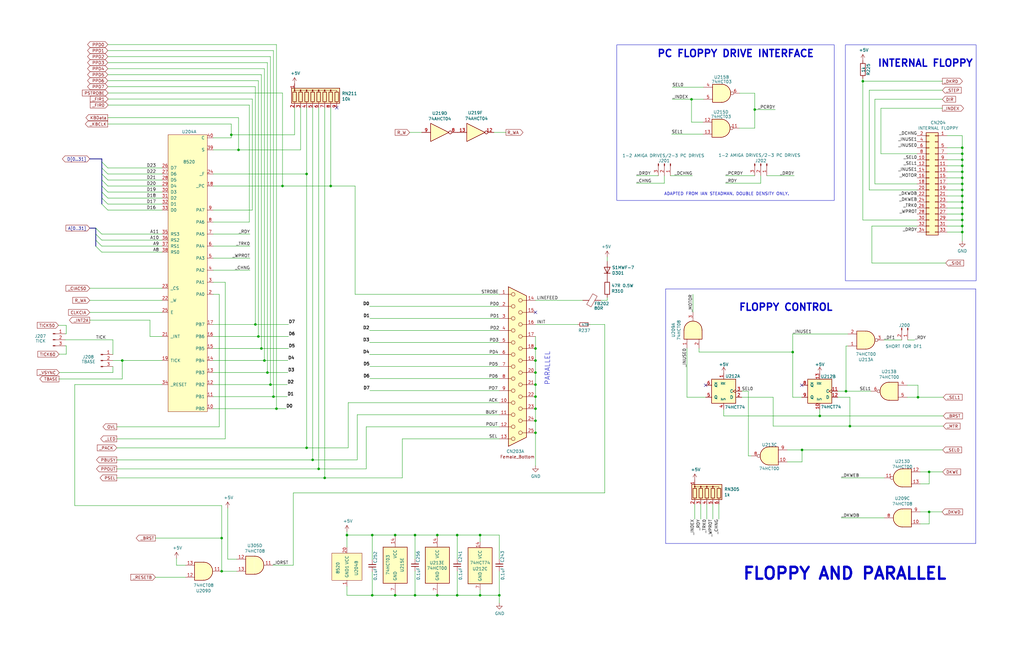
<source format=kicad_sch>
(kicad_sch (version 20231120) (generator "eeschema") (generator_version "8.0")
  (paper "B")
  (title_block (title "AMIGA PCI") (date "2024-07-31") (rev "4.0"))
  (junction (at 363.855 34.29))
  (junction (at 93.472 227.076))
  (junction (at 202.438 225.806))
  (junction (at 93.472 241.046))
  (junction (at 129.286 73.406))
  (junction (at 108.966 141.986))
  (junction (at 210.566 251.206))
  (junction (at 225.806 182.626))
  (junction (at 291.592 41.91))
  (junction (at 391.795 216.027))
  (junction (at 405.765 69.977))
  (junction (at 51.562 152.146))
  (junction (at 405.765 92.837))
  (junction (at 184.404 251.206))
  (junction (at 139.446 78.486))
  (junction (at 405.765 77.597))
  (junction (at 112.776 157.226))
  (junction (at 110.236 147.066))
  (junction (at 387.096 167.64))
  (junction (at 225.806 177.546))
  (junction (at 405.765 67.437))
  (junction (at 405.765 82.677))
  (junction (at 192.786 225.806))
  (junction (at 184.404 225.806))
  (junction (at 225.806 167.386))
  (junction (at 405.765 90.297))
  (junction (at 334.264 148.59))
  (junction (at 114.046 162.306))
  (junction (at 345.694 175.514))
  (junction (at 175.006 225.806))
  (junction (at 405.765 64.897))
  (junction (at 338.201 189.865))
  (junction (at 405.765 72.517))
  (junction (at 358.394 179.832))
  (junction (at 192.786 251.206))
  (junction (at 107.696 136.906))
  (junction (at 202.438 251.206))
  (junction (at 356.743 165.1))
  (junction (at 156.972 225.806))
  (junction (at 225.806 157.226))
  (junction (at 146.304 225.806))
  (junction (at 97.536 56.896))
  (junction (at 134.366 197.866))
  (junction (at 119.126 78.486))
  (junction (at 131.826 194.056))
  (junction (at 166.624 225.806))
  (junction (at 225.806 172.466))
  (junction (at 116.586 172.466))
  (junction (at 405.765 62.357))
  (junction (at 405.765 80.137))
  (junction (at 225.806 162.306))
  (junction (at 100.584 63.246))
  (junction (at 166.624 251.206))
  (junction (at 115.316 167.386))
  (junction (at 405.765 95.377))
  (junction (at 405.765 97.917))
  (junction (at 156.972 251.206))
  (junction (at 225.806 147.066))
  (junction (at 405.765 85.217))
  (junction (at 136.906 201.676))
  (junction (at 405.765 87.757))
  (junction (at 318.262 46.228))
  (junction (at 225.806 152.146))
  (junction (at 129.286 188.976))
  (junction (at 391.795 199.136))
  (junction (at 175.006 251.206))
  (junction (at 111.506 152.146))
  (junction (at 405.765 75.057))
  (no_connect (at 141.986 45.466))
  (no_connect (at 297.561 162.56))
  (no_connect (at 338.074 162.56))
  (no_connect (at 225.806 131.826))
  (bus_entry (at 45.466 75.946) (size -2.54 -2.54))
  (bus_entry (at 45.466 70.866) (size -2.54 -2.54))
  (bus_entry (at 45.466 86.106) (size -2.54 -2.54))
  (bus_entry (at 45.466 73.406) (size -2.54 -2.54))
  (bus_entry (at 42.926 98.806) (size -2.54 -2.54))
  (bus_entry (at 42.926 106.426) (size -2.54 -2.54))
  (bus_entry (at 45.466 88.646) (size -2.54 -2.54))
  (bus_entry (at 45.466 78.486) (size -2.54 -2.54))
  (bus_entry (at 42.926 103.886) (size -2.54 -2.54))
  (bus_entry (at 45.466 81.026) (size -2.54 -2.54))
  (bus_entry (at 42.926 101.346) (size -2.54 -2.54))
  (bus_entry (at 45.466 83.566) (size -2.54 -2.54))
  (wire (pts (xy 399.415 75.057) (xy 405.765 75.057)))
  (wire (pts (xy 358.394 179.832) (xy 326.009 179.832)))
  (wire (pts (xy 371.475 64.897) (xy 371.475 45.72)))
  (wire (pts (xy 283.21 56.642) (xy 296.418 56.642)))
  (wire (pts (xy 155.956 159.766) (xy 210.566 159.766)))
  (wire (pts (xy 280.162 74.168) (xy 280.162 77.343)))
  (wire (pts (xy 256.032 125.476) (xy 256.032 126.746)))
  (wire (pts (xy 280.162 77.343) (xy 268.351 77.343)))
  (wire (pts (xy 331.978 194.945) (xy 338.201 194.945)))
  (wire (pts (xy 45.466 23.876) (xy 114.046 23.876)))
  (wire (pts (xy 405.765 95.377) (xy 405.765 97.917)))
  (wire (pts (xy 27.94 145.923) (xy 27.432 145.923)))
  (bus (pts (xy 42.926 68.326) (xy 42.926 70.866)))
  (wire (pts (xy 123.698 208.026) (xy 255.016 208.026)))
  (wire (pts (xy 139.446 45.466) (xy 139.446 78.486)))
  (wire (pts (xy 45.466 70.866) (xy 68.326 70.866)))
  (wire (pts (xy 399.415 85.217) (xy 405.765 85.217)))
  (wire (pts (xy 154.432 180.086) (xy 154.432 197.866)))
  (wire (pts (xy 155.956 164.846) (xy 210.566 164.846)))
  (wire (pts (xy 89.916 58.166) (xy 97.536 58.166)))
  (wire (pts (xy 107.696 136.906) (xy 121.666 136.906)))
  (wire (pts (xy 110.236 147.066) (xy 89.916 147.066)))
  (wire (pts (xy 334.264 140.97) (xy 334.264 148.59)))
  (wire (pts (xy 334.264 167.64) (xy 334.264 148.59)))
  (wire (pts (xy 106.426 88.646) (xy 89.916 88.646)))
  (wire (pts (xy 399.415 82.677) (xy 405.765 82.677)))
  (wire (pts (xy 399.415 64.897) (xy 405.765 64.897)))
  (wire (pts (xy 45.466 34.036) (xy 108.966 34.036)))
  (wire (pts (xy 386.715 77.597) (xy 368.935 77.597)))
  (wire (pts (xy 382.778 143.51) (xy 385.699 143.51)))
  (wire (pts (xy 405.765 69.977) (xy 405.765 72.517)))
  (wire (pts (xy 97.536 58.166) (xy 97.536 56.896)))
  (wire (pts (xy 49.276 188.976) (xy 129.286 188.976)))
  (wire (pts (xy 124.206 56.896) (xy 97.536 56.896)))
  (wire (pts (xy 282.702 74.168) (xy 291.973 74.168)))
  (wire (pts (xy 24.892 159.893) (xy 51.562 159.893)))
  (wire (pts (xy 169.672 185.166) (xy 169.672 201.676)))
  (wire (pts (xy 213.36 55.88) (xy 208.28 55.88)))
  (wire (pts (xy 391.795 221.107) (xy 391.795 216.027)))
  (wire (pts (xy 108.966 34.036) (xy 108.966 141.986)))
  (wire (pts (xy 399.415 80.137) (xy 405.765 80.137)))
  (wire (pts (xy 105.156 44.323) (xy 45.593 44.323)))
  (wire (pts (xy 368.935 41.91) (xy 397.383 41.91)))
  (bus (pts (xy 37.846 96.266) (xy 40.386 96.266)))
  (wire (pts (xy 63.246 135.128) (xy 37.846 135.128)))
  (wire (pts (xy 47.625 152.146) (xy 51.562 152.146)))
  (wire (pts (xy 405.765 67.437) (xy 405.765 69.977)))
  (wire (pts (xy 311.658 54.102) (xy 318.262 54.102)))
  (wire (pts (xy 366.522 80.137) (xy 366.522 38.1)))
  (wire (pts (xy 300.609 212.725) (xy 300.609 219.075)))
  (wire (pts (xy 318.262 46.228) (xy 318.262 39.37)))
  (bus (pts (xy 40.386 101.346) (xy 40.386 103.886)))
  (wire (pts (xy 399.415 77.597) (xy 405.765 77.597)))
  (wire (pts (xy 45.466 73.406) (xy 68.326 73.406)))
  (wire (pts (xy 89.916 93.726) (xy 105.156 93.726)))
  (wire (pts (xy 124.206 45.466) (xy 124.206 56.896)))
  (wire (pts (xy 114.046 23.876) (xy 114.046 162.306)))
  (wire (pts (xy 65.532 227.076) (xy 93.472 227.076)))
  (wire (pts (xy 96.012 214.376) (xy 96.012 235.966)))
  (wire (pts (xy 405.765 72.517) (xy 405.765 75.057)))
  (wire (pts (xy 192.786 251.206) (xy 202.438 251.206)))
  (wire (pts (xy 326.009 179.832) (xy 326.009 167.64)))
  (wire (pts (xy 363.855 33.147) (xy 363.855 34.29)))
  (wire (pts (xy 97.536 56.896) (xy 97.536 52.324)))
  (wire (pts (xy 253.365 126.746) (xy 256.032 126.746)))
  (wire (pts (xy 42.926 106.426) (xy 68.326 106.426)))
  (wire (pts (xy 175.006 251.206) (xy 184.404 251.206)))
  (wire (pts (xy 334.264 148.59) (xy 294.767 148.59)))
  (wire (pts (xy 45.593 41.783) (xy 106.426 41.783)))
  (wire (pts (xy 225.806 167.386) (xy 225.806 172.466)))
  (wire (pts (xy 27.94 149.479) (xy 24.892 149.479)))
  (wire (pts (xy 146.812 169.926) (xy 146.812 188.976)))
  (wire (pts (xy 202.438 225.806) (xy 202.438 228.6)))
  (wire (pts (xy 386.715 64.897) (xy 371.475 64.897)))
  (wire (pts (xy 45.466 26.416) (xy 112.776 26.416)))
  (wire (pts (xy 27.94 140.843) (xy 27.432 140.843)))
  (wire (pts (xy 184.404 225.806) (xy 192.786 225.806)))
  (wire (pts (xy 146.304 251.206) (xy 146.304 247.396)))
  (wire (pts (xy 405.765 92.837) (xy 405.765 95.377)))
  (wire (pts (xy 315.595 192.405) (xy 316.738 192.405)))
  (wire (pts (xy 121.666 141.986) (xy 108.966 141.986)))
  (wire (pts (xy 318.262 74.168) (xy 305.943 74.168)))
  (wire (pts (xy 49.276 201.676) (xy 136.906 201.676)))
  (wire (pts (xy 318.262 39.37) (xy 311.912 39.37)))
  (wire (pts (xy 289.687 146.939) (xy 289.687 167.64)))
  (wire (pts (xy 97.536 52.324) (xy 45.466 52.324)))
  (wire (pts (xy 371.475 45.72) (xy 397.383 45.72)))
  (wire (pts (xy 169.672 201.676) (xy 136.906 201.676)))
  (wire (pts (xy 225.806 157.226) (xy 225.806 162.306)))
  (wire (pts (xy 387.096 167.64) (xy 397.764 167.64)))
  (wire (pts (xy 405.765 82.677) (xy 405.765 85.217)))
  (wire (pts (xy 74.422 235.585) (xy 74.422 238.506)))
  (wire (pts (xy 382.524 167.64) (xy 387.096 167.64)))
  (wire (pts (xy 68.326 75.946) (xy 45.466 75.946)))
  (wire (pts (xy 121.666 147.066) (xy 110.236 147.066)))
  (wire (pts (xy 353.314 167.64) (xy 358.394 167.64)))
  (wire (pts (xy 112.776 157.226) (xy 89.916 157.226)))
  (wire (pts (xy 399.415 69.977) (xy 405.765 69.977)))
  (wire (pts (xy 63.246 141.986) (xy 63.246 135.128)))
  (wire (pts (xy 116.586 18.796) (xy 116.586 172.466)))
  (wire (pts (xy 146.812 169.926) (xy 210.566 169.926)))
  (bus (pts (xy 42.926 83.566) (xy 42.926 86.106)))
  (wire (pts (xy 391.795 204.216) (xy 391.795 199.136)))
  (wire (pts (xy 338.201 189.865) (xy 397.51 189.865)))
  (wire (pts (xy 51.562 152.146) (xy 68.326 152.146)))
  (wire (pts (xy 166.624 251.206) (xy 175.006 251.206)))
  (wire (pts (xy 399.415 87.757) (xy 405.765 87.757)))
  (wire (pts (xy 405.765 64.897) (xy 405.765 67.437)))
  (wire (pts (xy 105.156 93.726) (xy 105.156 44.323)))
  (wire (pts (xy 172.72 55.88) (xy 177.8 55.88)))
  (wire (pts (xy 89.916 63.246) (xy 100.584 63.246)))
  (wire (pts (xy 312.801 165.1) (xy 315.595 165.1)))
  (wire (pts (xy 202.438 225.806) (xy 210.566 225.806)))
  (wire (pts (xy 45.466 78.486) (xy 68.326 78.486)))
  (wire (pts (xy 225.806 182.626) (xy 225.806 196.596)))
  (wire (pts (xy 149.733 78.486) (xy 149.733 124.206)))
  (bus (pts (xy 40.386 98.806) (xy 40.386 101.346)))
  (wire (pts (xy 318.262 46.228) (xy 318.262 54.102)))
  (wire (pts (xy 68.326 131.826) (xy 37.846 131.826)))
  (wire (pts (xy 156.972 241.3) (xy 156.972 251.206)))
  (wire (pts (xy 255.016 136.906) (xy 255.016 208.026)))
  (wire (pts (xy 42.926 101.346) (xy 68.326 101.346)))
  (wire (pts (xy 345.694 172.72) (xy 345.694 175.514)))
  (wire (pts (xy 192.786 225.806) (xy 202.438 225.806)))
  (wire (pts (xy 115.316 167.386) (xy 121.158 167.386)))
  (wire (pts (xy 154.432 197.866) (xy 134.366 197.866)))
  (wire (pts (xy 345.694 175.514) (xy 397.764 175.514)))
  (wire (pts (xy 291.592 41.91) (xy 291.592 51.562)))
  (wire (pts (xy 399.415 57.277) (xy 405.765 57.277)))
  (wire (pts (xy 89.916 114.046) (xy 105.41 114.046)))
  (wire (pts (xy 68.326 141.986) (xy 63.246 141.986)))
  (wire (pts (xy 399.415 72.517) (xy 405.765 72.517)))
  (wire (pts (xy 387.096 162.56) (xy 387.096 167.64)))
  (wire (pts (xy 399.415 90.297) (xy 405.765 90.297)))
  (wire (pts (xy 368.935 77.597) (xy 368.935 41.91)))
  (wire (pts (xy 92.456 180.086) (xy 92.456 124.206)))
  (wire (pts (xy 225.806 162.306) (xy 225.806 167.386)))
  (bus (pts (xy 42.926 75.946) (xy 42.926 78.486)))
  (wire (pts (xy 292.989 212.725) (xy 292.989 219.075)))
  (wire (pts (xy 225.806 172.466) (xy 225.806 177.546)))
  (wire (pts (xy 338.201 194.945) (xy 338.201 189.865)))
  (wire (pts (xy 155.956 154.686) (xy 210.566 154.686)))
  (wire (pts (xy 366.522 38.1) (xy 397.383 38.1)))
  (wire (pts (xy 294.767 148.59) (xy 294.767 146.939)))
  (wire (pts (xy 107.696 36.576) (xy 107.696 136.906)))
  (wire (pts (xy 134.366 45.466) (xy 134.366 197.866)))
  (wire (pts (xy 175.006 235.966) (xy 175.006 225.806)))
  (wire (pts (xy 354.711 201.676) (xy 372.872 201.676)))
  (wire (pts (xy 386.715 95.377) (xy 367.665 95.377)))
  (wire (pts (xy 248.793 136.906) (xy 255.016 136.906)))
  (wire (pts (xy 405.765 62.357) (xy 405.765 64.897)))
  (wire (pts (xy 320.802 74.168) (xy 320.802 77.343)))
  (wire (pts (xy 399.415 97.917) (xy 405.765 97.917)))
  (wire (pts (xy 356.743 146.05) (xy 356.743 165.1)))
  (wire (pts (xy 92.456 124.206) (xy 89.916 124.206)))
  (wire (pts (xy 126.746 45.466) (xy 126.746 63.246)))
  (wire (pts (xy 94.996 185.166) (xy 49.276 185.166)))
  (wire (pts (xy 388.112 221.107) (xy 391.795 221.107)))
  (wire (pts (xy 111.506 152.146) (xy 121.412 152.146)))
  (wire (pts (xy 108.966 141.986) (xy 89.916 141.986)))
  (wire (pts (xy 45.466 28.956) (xy 111.506 28.956)))
  (wire (pts (xy 175.006 241.046) (xy 175.006 251.206)))
  (wire (pts (xy 367.665 95.377) (xy 367.665 110.998)))
  (wire (pts (xy 156.972 225.806) (xy 166.624 225.806)))
  (wire (pts (xy 99.822 235.966) (xy 96.012 235.966)))
  (wire (pts (xy 123.698 238.506) (xy 123.698 208.026)))
  (wire (pts (xy 27.432 143.383) (xy 47.625 143.383)))
  (wire (pts (xy 129.286 73.406) (xy 129.286 188.976)))
  (wire (pts (xy 175.006 225.806) (xy 184.404 225.806)))
  (wire (pts (xy 45.466 88.646) (xy 68.326 88.646)))
  (wire (pts (xy 298.069 212.725) (xy 298.069 219.075)))
  (wire (pts (xy 68.326 81.026) (xy 45.466 81.026)))
  (wire (pts (xy 27.94 149.479) (xy 27.94 145.923)))
  (wire (pts (xy 93.472 227.076) (xy 93.472 241.046)))
  (wire (pts (xy 156.972 236.22) (xy 156.972 225.806)))
  (wire (pts (xy 93.472 241.046) (xy 99.822 241.046)))
  (wire (pts (xy 25.019 157.226) (xy 47.625 157.226)))
  (wire (pts (xy 155.956 134.366) (xy 210.566 134.366)))
  (wire (pts (xy 192.786 241.046) (xy 192.786 251.206)))
  (bus (pts (xy 40.386 96.266) (xy 40.386 98.806)))
  (wire (pts (xy 225.806 152.146) (xy 225.806 157.226)))
  (wire (pts (xy 93.472 213.36) (xy 31.496 213.36)))
  (wire (pts (xy 225.806 147.066) (xy 225.806 152.146)))
  (wire (pts (xy 45.593 39.243) (xy 119.126 39.243)))
  (wire (pts (xy 114.046 162.306) (xy 89.916 162.306)))
  (wire (pts (xy 112.776 157.226) (xy 121.412 157.226)))
  (wire (pts (xy 131.826 45.466) (xy 131.826 194.056)))
  (wire (pts (xy 405.765 97.917) (xy 405.765 101.727)))
  (wire (pts (xy 31.496 162.306) (xy 68.326 162.306)))
  (wire (pts (xy 291.592 51.562) (xy 296.418 51.562)))
  (wire (pts (xy 27.94 137.287) (xy 27.94 140.843)))
  (wire (pts (xy 166.624 225.806) (xy 175.006 225.806)))
  (wire (pts (xy 156.972 251.206) (xy 166.624 251.206)))
  (wire (pts (xy 391.795 216.027) (xy 388.112 216.027)))
  (wire (pts (xy 49.276 197.866) (xy 134.366 197.866)))
  (wire (pts (xy 399.415 62.357) (xy 405.765 62.357)))
  (wire (pts (xy 27.94 137.287) (xy 24.638 137.287)))
  (wire (pts (xy 210.566 254.508) (xy 210.566 251.206)))
  (wire (pts (xy 405.765 87.757) (xy 405.765 90.297)))
  (wire (pts (xy 146.812 188.976) (xy 129.286 188.976)))
  (wire (pts (xy 47.625 157.226) (xy 47.625 154.686)))
  (wire (pts (xy 334.899 74.168) (xy 323.342 74.168)))
  (wire (pts (xy 256.032 108.458) (xy 256.032 110.236)))
  (wire (pts (xy 149.733 124.206) (xy 210.566 124.206)))
  (wire (pts (xy 386.715 80.137) (xy 366.522 80.137)))
  (wire (pts (xy 45.466 31.496) (xy 110.236 31.496)))
  (wire (pts (xy 31.496 213.36) (xy 31.496 162.306)))
  (wire (pts (xy 116.586 172.466) (xy 89.916 172.466)))
  (wire (pts (xy 89.916 119.126) (xy 94.996 119.126)))
  (wire (pts (xy 405.765 77.597) (xy 405.765 80.137)))
  (wire (pts (xy 115.316 167.386) (xy 89.916 167.386)))
  (wire (pts (xy 399.415 67.437) (xy 405.765 67.437)))
  (wire (pts (xy 116.586 172.466) (xy 120.65 172.466)))
  (wire (pts (xy 37.846 121.666) (xy 68.326 121.666)))
  (wire (pts (xy 45.466 83.566) (xy 68.326 83.566)))
  (wire (pts (xy 363.855 34.29) (xy 397.383 34.29)))
  (wire (pts (xy 107.696 136.906) (xy 89.916 136.906)))
  (wire (pts (xy 353.314 165.1) (xy 356.743 165.1)))
  (wire (pts (xy 372.745 143.51) (xy 380.238 143.51)))
  (wire (pts (xy 42.926 98.806) (xy 68.326 98.806)))
  (wire (pts (xy 51.562 159.893) (xy 51.562 152.146)))
  (wire (pts (xy 49.276 180.086) (xy 92.456 180.086)))
  (wire (pts (xy 225.806 136.906) (xy 243.713 136.906)))
  (wire (pts (xy 155.829 129.286) (xy 210.566 129.286)))
  (wire (pts (xy 382.524 162.56) (xy 387.096 162.56)))
  (wire (pts (xy 295.529 212.725) (xy 295.529 219.075)))
  (wire (pts (xy 169.672 185.166) (xy 210.566 185.166)))
  (wire (pts (xy 150.622 175.006) (xy 210.566 175.006)))
  (wire (pts (xy 89.916 152.146) (xy 111.506 152.146)))
  (wire (pts (xy 202.438 251.206) (xy 210.566 251.206)))
  (wire (pts (xy 225.806 141.986) (xy 225.806 147.066)))
  (wire (pts (xy 331.978 189.865) (xy 338.201 189.865)))
  (wire (pts (xy 225.806 177.546) (xy 225.806 182.626)))
  (bus (pts (xy 42.926 73.406) (xy 42.926 75.946)))
  (wire (pts (xy 388.112 199.136) (xy 391.795 199.136)))
  (wire (pts (xy 210.566 235.966) (xy 210.566 225.806)))
  (wire (pts (xy 156.972 225.806) (xy 146.304 225.806)))
  (wire (pts (xy 405.765 75.057) (xy 405.765 77.597)))
  (wire (pts (xy 115.316 21.336) (xy 115.316 167.386)))
  (wire (pts (xy 305.181 175.514) (xy 345.694 175.514)))
  (wire (pts (xy 283.464 41.91) (xy 291.592 41.91)))
  (wire (pts (xy 112.776 26.416) (xy 112.776 157.226)))
  (wire (pts (xy 268.351 74.168) (xy 277.622 74.168)))
  (wire (pts (xy 292.227 124.206) (xy 292.227 131.699)))
  (wire (pts (xy 397.256 216.027) (xy 391.795 216.027)))
  (wire (pts (xy 89.916 78.486) (xy 119.126 78.486)))
  (wire (pts (xy 405.765 90.297) (xy 405.765 92.837)))
  (wire (pts (xy 356.743 146.05) (xy 357.505 146.05)))
  (wire (pts (xy 146.304 225.806) (xy 146.304 230.886)))
  (wire (pts (xy 399.415 95.377) (xy 405.765 95.377)))
  (wire (pts (xy 318.262 46.228) (xy 326.898 46.228)))
  (bus (pts (xy 42.926 81.026) (xy 42.926 83.566)))
  (wire (pts (xy 45.466 36.576) (xy 107.696 36.576)))
  (bus (pts (xy 42.926 78.486) (xy 42.926 81.026)))
  (wire (pts (xy 338.074 167.64) (xy 334.264 167.64)))
  (wire (pts (xy 45.466 18.796) (xy 116.586 18.796)))
  (wire (pts (xy 296.672 41.91) (xy 291.592 41.91)))
  (wire (pts (xy 289.687 167.64) (xy 297.561 167.64)))
  (wire (pts (xy 358.394 179.832) (xy 397.764 179.832)))
  (wire (pts (xy 106.426 41.783) (xy 106.426 88.646)))
  (wire (pts (xy 315.595 165.1) (xy 315.595 192.405)))
  (wire (pts (xy 399.415 92.837) (xy 405.765 92.837)))
  (wire (pts (xy 94.996 119.126) (xy 94.996 185.166)))
  (wire (pts (xy 139.446 78.486) (xy 149.733 78.486)))
  (wire (pts (xy 225.806 126.746) (xy 245.745 126.746)))
  (wire (pts (xy 68.326 86.106) (xy 45.466 86.106)))
  (wire (pts (xy 405.765 57.277) (xy 405.765 62.357)))
  (wire (pts (xy 74.422 238.506) (xy 78.232 238.506)))
  (wire (pts (xy 110.236 31.496) (xy 110.236 147.066)))
  (wire (pts (xy 320.802 77.343) (xy 305.943 77.343)))
  (wire (pts (xy 202.438 251.206) (xy 202.438 248.92)))
  (bus (pts (xy 42.926 70.866) (xy 42.926 73.406)))
  (wire (pts (xy 89.916 103.886) (xy 105.41 103.886)))
  (wire (pts (xy 136.906 45.466) (xy 136.906 201.676)))
  (wire (pts (xy 150.622 194.056) (xy 131.826 194.056)))
  (wire (pts (xy 89.916 73.406) (xy 129.286 73.406)))
  (wire (pts (xy 356.743 165.1) (xy 367.284 165.1)))
  (wire (pts (xy 303.149 212.725) (xy 303.149 219.075)))
  (wire (pts (xy 100.584 63.246) (xy 100.584 49.657)))
  (wire (pts (xy 155.829 139.446) (xy 210.566 139.446)))
  (wire (pts (xy 367.665 110.998) (xy 398.78 110.998)))
  (wire (pts (xy 388.112 204.216) (xy 391.795 204.216)))
  (wire (pts (xy 119.126 39.243) (xy 119.126 78.486)))
  (wire (pts (xy 45.466 49.657) (xy 100.584 49.657)))
  (wire (pts (xy 45.466 21.336) (xy 115.316 21.336)))
  (wire (pts (xy 115.062 238.506) (xy 123.698 238.506)))
  (wire (pts (xy 65.532 243.586) (xy 78.232 243.586)))
  (wire (pts (xy 210.566 241.046) (xy 210.566 251.206)))
  (wire (pts (xy 156.972 251.206) (xy 146.304 251.206)))
  (wire (pts (xy 405.765 80.137) (xy 405.765 82.677)))
  (wire (pts (xy 192.786 235.966) (xy 192.786 225.806)))
  (wire (pts (xy 334.264 140.97) (xy 357.505 140.97)))
  (wire (pts (xy 386.715 92.837) (xy 363.855 92.837)))
  (wire (pts (xy 305.181 175.514) (xy 305.181 172.72)))
  (wire (pts (xy 326.009 167.64) (xy 312.801 167.64)))
  (wire (pts (xy 119.126 78.486) (xy 139.446 78.486)))
  (wire (pts (xy 391.795 199.136) (xy 397.51 199.136)))
  (wire (pts (xy 405.765 85.217) (xy 405.765 87.757)))
  (wire (pts (xy 358.394 167.64) (xy 358.394 179.832)))
  (wire (pts (xy 155.829 149.606) (xy 210.566 149.606)))
  (wire (pts (xy 184.404 251.206) (xy 192.786 251.206)))
  (bus (pts (xy 42.926 67.056) (xy 37.846 67.056)))
  (wire (pts (xy 89.916 98.806) (xy 105.41 98.806)))
  (wire (pts (xy 111.506 28.956) (xy 111.506 152.146)))
  (wire (pts (xy 155.829 144.526) (xy 210.566 144.526)))
  (bus (pts (xy 42.926 67.056) (xy 42.926 68.326)))
  (wire (pts (xy 47.625 143.383) (xy 47.625 149.606)))
  (wire (pts (xy 154.432 180.086) (xy 210.566 180.086)))
  (wire (pts (xy 49.276 194.056) (xy 131.826 194.056)))
  (wire (pts (xy 100.584 63.246) (xy 126.746 63.246)))
  (wire (pts (xy 89.916 108.966) (xy 105.41 108.966)))
  (wire (pts (xy 37.846 126.746) (xy 68.326 126.746)))
  (wire (pts (xy 283.464 36.83) (xy 296.672 36.83)))
  (wire (pts (xy 93.472 227.076) (xy 93.472 213.36)))
  (wire (pts (xy 129.286 45.466) (xy 129.286 73.406)))
  (wire (pts (xy 150.622 175.006) (xy 150.622 194.056)))
  (wire (pts (xy 363.855 34.29) (xy 363.855 92.837)))
  (wire (pts (xy 68.326 103.886) (xy 42.926 103.886)))
  (wire (pts (xy 114.046 162.306) (xy 121.158 162.306)))
  (wire (pts (xy 354.711 218.567) (xy 372.872 218.567)))
  (wire (pts (xy 146.304 224.282) (xy 146.304 225.806)))
  (rectangle (start 280.67 121.92) (end 411.48 229.362))
  (rectangle (start 260.096 18.923) (end 351.79 84.582))
  (rectangle (start 356.489 18.923) (end 411.607 118.491))
  (text "FLOPPY AND PARALLEL" (at 312.928 245.11 0) (effects (font (size 5.0038 5.0038) (thickness 1.0008) (bold yes)) (justify left bottom)))
  (text "PC FLOPPY DRIVE INTERFACE" (at 276.987 24.511 0) (effects (font (size 3 3) (thickness 0.6) (bold yes)) (justify left bottom)))
  (text "ADAPTED FROM IAN STEADMAN. DOUBLE DENSITY ONLY." (at 280.035 82.677 0) (effects (font (size 1.27 1.27)) (justify left bottom)))
  (text "INTERNAL FLOPPY" (at 369.951 28.575 0) (effects (font (size 3 3) (thickness 0.6) (bold yes)) (justify left bottom)))
  (text "PARALLEL" (at 232.029 148.336 90) (effects (font (size 2.0066 2.0066)) (justify right bottom)))
  (text "FLOPPY CONTROL" (at 311.404 131.572 0) (effects (font (size 3 3) (bold yes)) (justify left bottom)))
  (label "D1" (at 155.956 134.366 180) (effects (font (bold yes))))
  (label "D4" (at 155.829 149.606 180) (effects (font (bold yes))))
  (label "_TRK0" (at 386.715 87.757 180))
  (label "_TRK0" (at 298.069 219.075 270))
  (label "_INDEX" (at 283.464 41.91 0))
  (label "LINEFEED" (at 226.314 126.746 0))
  (label "D2" (at 155.829 139.446 180) (effects (font (bold yes))))
  (label "SEL1" (at 367.284 165.1 180))
  (label "_DRDY" (at 386.715 97.917 180))
  (label "_SEL1" (at 386.715 69.977 180))
  (label "D7" (at 121.666 136.906 0) (effects (font (bold yes))))
  (label "PD1" (at 210.566 134.366 180))
  (label "A10" (at 67.056 101.346 180) (effects (font (size 1.2954 1.2954))))
  (label "D20" (at 65.786 78.486 180) (effects (font (size 1.2954 1.2954))))
  (label "PD6" (at 210.058 159.766 180))
  (label "_IORST" (at 115.062 238.506 0))
  (label "D21" (at 65.786 75.946 180) (effects (font (size 1.2954 1.2954))))
  (label "D3" (at 121.412 157.226 0) (effects (font (bold yes))))
  (label "SEL" (at 209.804 185.166 180))
  (label "_CHNG" (at 105.41 114.046 180))
  (label "_DRDY" (at 268.351 74.168 0))
  (label "PD7" (at 209.931 164.846 180))
  (label "D16" (at 65.786 88.646 180) (effects (font (size 1.2954 1.2954))))
  (label "D2" (at 121.158 162.306 0) (effects (font (bold yes))))
  (label "_DKWEB" (at 354.711 201.676 0))
  (label "A9" (at 67.056 103.886 180) (effects (font (size 1.2954 1.2954))))
  (label "_MOTOR" (at 292.227 124.206 270))
  (label "_WPROT" (at 300.609 219.075 270))
  (label "BUSY" (at 209.804 175.006 180))
  (label "PD2" (at 210.566 139.446 180))
  (label "D6" (at 121.666 141.986 0) (effects (font (bold yes))))
  (label "PD3" (at 210.312 144.526 180))
  (label "_MOTOR" (at 386.715 75.057 180))
  (label "_RDY" (at 305.943 77.343 0))
  (label "PD5" (at 210.058 154.686 180))
  (label "_RDY" (at 295.529 219.075 270))
  (label "_INUSE1" (at 386.715 59.817 180))
  (label "_SEL0" (at 386.715 67.437 180))
  (label "STROBE" (at 210.312 124.206 180))
  (label "_DCHNG" (at 386.715 57.277 180))
  (label "D0" (at 155.829 129.286 180) (effects (font (bold yes))))
  (label "PD0" (at 210.439 129.286 180))
  (label "_INUSE1" (at 386.715 72.517 180))
  (label "_CHNG" (at 303.149 219.075 270))
  (label "D4" (at 121.412 152.146 0) (effects (font (bold yes))))
  (label "_DCHNG" (at 291.973 74.168 180))
  (label "_INUSE0" (at 386.715 62.357 180))
  (label "_INDEX" (at 292.989 219.075 270))
  (label "INIT" (at 226.314 136.906 0))
  (label "D5" (at 121.666 147.066 0) (effects (font (bold yes))))
  (label "_DKWEB" (at 386.715 85.217 180))
  (label "D22" (at 65.786 73.406 180) (effects (font (size 1.2954 1.2954))))
  (label "D19" (at 65.786 81.026 180) (effects (font (size 1.2954 1.2954))))
  (label "_WPROT" (at 105.41 108.966 180))
  (label "_INUSE0" (at 289.687 146.939 270))
  (label "_PCRDY" (at 326.898 46.228 180))
  (label "_DKWDB" (at 354.711 218.567 0))
  (label "A11" (at 67.056 98.806 180) (effects (font (size 1.2954 1.2954))))
  (label "_WPROT" (at 386.715 90.297 180))
  (label "D23" (at 65.786 70.866 180) (effects (font (size 1.2954 1.2954))))
  (label "SEL0" (at 312.801 165.1 0))
  (label "_DRDY" (at 334.899 74.168 180))
  (label "_CHNG" (at 268.351 77.343 0))
  (label "_RDY" (at 105.41 98.806 180))
  (label "D0" (at 120.65 172.466 0) (effects (font (bold yes))))
  (label "PD4" (at 210.185 149.606 180))
  (label "_INUSE1" (at 334.264 140.97 0))
  (label "POUT" (at 209.931 180.086 180))
  (label "D17" (at 65.786 86.106 180) (effects (font (size 1.2954 1.2954))))
  (label "D1" (at 121.158 167.386 0) (effects (font (bold yes))))
  (label "D18" (at 65.786 83.566 180) (effects (font (size 1.2954 1.2954))))
  (label "A8" (at 67.056 106.426 180) (effects (font (size 1.2954 1.2954))))
  (label "D3" (at 155.829 144.526 180) (effects (font (bold yes))))
  (label "SEL0" (at 283.464 36.83 0))
  (label "TICK" (at 44.704 143.383 180))
  (label "_TRK0" (at 105.41 103.886 180))
  (label "_RDY" (at 385.699 143.51 0))
  (label "SEL1" (at 283.21 56.642 0))
  (label "D7" (at 155.956 164.846 180) (effects (font (bold yes))))
  (label "_PCRDY" (at 305.943 74.168 0))
  (label "_DF1" (at 372.745 143.51 0))
  (label "ACK" (at 209.931 169.926 180))
  (label "D5" (at 155.956 154.686 180) (effects (font (bold yes))))
  (label "_DKWDB" (at 386.715 82.677 180))
  (label "D6" (at 155.956 159.766 180) (effects (font (bold yes))))
  (global_label "PPOUT" (shape output) (at 49.276 197.866 180) (property "Intersheetrefs" "${INTERSHEET_REFS}" (at 40.2016 197.866 0) (effects (justify right))))
  (global_label "_VSYNC" (shape input) (at 25.019 157.226 180) (property "Intersheetrefs" "${INTERSHEET_REFS}" (at 20.32 154.813 0) (effects (justify right))))
  (global_label "PPD0" (shape bidirectional) (at 45.466 18.796 180) (property "Intersheetrefs" "${INTERSHEET_REFS}" (at 36.4294 18.796 0) (effects (justify right))))
  (global_label "PPD5" (shape bidirectional) (at 45.466 31.496 180) (property "Intersheetrefs" "${INTERSHEET_REFS}" (at 36.4294 31.496 0) (effects (justify right))))
  (global_label "PPD3" (shape bidirectional) (at 45.466 26.416 180) (property "Intersheetrefs" "${INTERSHEET_REFS}" (at 36.4294 26.416 0) (effects (justify right))))
  (global_label "_FIR1" (shape input) (at 45.593 41.783 180) (property "Intersheetrefs" "${INTERSHEET_REFS}" (at 37.5467 41.783 0) (effects (justify right))))
  (global_label "TBASE" (shape output) (at 24.892 159.893 180) (property "Intersheetrefs" "${INTERSHEET_REFS}" (at 16.3015 159.893 0) (effects (justify right))))
  (global_label "PPD2" (shape bidirectional) (at 45.466 23.876 180) (property "Intersheetrefs" "${INTERSHEET_REFS}" (at 36.4294 23.876 0) (effects (justify right))))
  (global_label "TICK50" (shape input) (at 24.638 137.287 180) (property "Intersheetrefs" "${INTERSHEET_REFS}" (at 17.018 137.287 0) (effects (justify right))))
  (global_label "_SEL1" (shape input) (at 397.764 167.64 0) (property "Intersheetrefs" "${INTERSHEET_REFS}" (at 406.2335 167.64 0) (effects (justify left))))
  (global_label "_INDEX" (shape output) (at 397.383 45.72 0) (property "Intersheetrefs" "${INTERSHEET_REFS}" (at 406.8202 45.72 0) (effects (justify left))))
  (global_label "_STEP" (shape input) (at 397.383 38.1 0) (property "Intersheetrefs" "${INTERSHEET_REFS}" (at 405.8525 38.1 0) (effects (justify left))))
  (global_label "_CIACS0" (shape input) (at 37.846 121.666 180) (property "Intersheetrefs" "${INTERSHEET_REFS}" (at 27.2408 121.666 0) (effects (justify right))))
  (global_label "_LED" (shape output) (at 49.276 185.166 180) (property "Intersheetrefs" "${INTERSHEET_REFS}" (at 41.9555 185.166 0) (effects (justify right))))
  (global_label "_RESETB" (shape input) (at 65.532 243.586 180) (property "Intersheetrefs" "${INTERSHEET_REFS}" (at 54.5641 243.586 0) (effects (justify right))))
  (global_label "DIR" (shape input) (at 397.383 41.91 0) (property "Intersheetrefs" "${INTERSHEET_REFS}" (at 403.4336 41.91 0) (effects (justify left))))
  (global_label "A[0..31]" (shape input) (at 37.846 96.266 180) (property "Intersheetrefs" "${INTERSHEET_REFS}" (at 40.005 93.345 0) (effects (justify right))))
  (global_label "_SEL0" (shape input) (at 397.51 189.865 0) (property "Intersheetrefs" "${INTERSHEET_REFS}" (at 405.9795 189.865 0) (effects (justify left))))
  (global_label "_DKRD" (shape output) (at 397.383 34.29 0) (property "Intersheetrefs" "${INTERSHEET_REFS}" (at 406.3364 34.29 0) (effects (justify left))))
  (global_label "_PACK" (shape input) (at 49.276 188.976 180) (property "Intersheetrefs" "${INTERSHEET_REFS}" (at 40.504 188.976 0) (effects (justify right))))
  (global_label "_INT2A" (shape output) (at 37.846 135.128 180) (property "Intersheetrefs" "${INTERSHEET_REFS}" (at 28.6922 135.128 0) (effects (justify right))))
  (global_label "_BRST" (shape output) (at 65.532 227.076 180) (property "Intersheetrefs" "${INTERSHEET_REFS}" (at 56.9415 227.076 0) (effects (justify right))))
  (global_label "_KBCLK" (shape output) (at 45.466 52.324 180) (property "Intersheetrefs" "${INTERSHEET_REFS}" (at 35.4845 52.324 0) (effects (justify right))))
  (global_label "PPD4" (shape bidirectional) (at 45.466 28.956 180) (property "Intersheetrefs" "${INTERSHEET_REFS}" (at 36.4294 28.956 0) (effects (justify right))))
  (global_label "PPD1" (shape bidirectional) (at 45.466 21.336 180) (property "Intersheetrefs" "${INTERSHEET_REFS}" (at 36.4294 21.336 0) (effects (justify right))))
  (global_label "PBUSY" (shape output) (at 49.276 194.056 180) (property "Intersheetrefs" "${INTERSHEET_REFS}" (at 40.2016 194.056 0) (effects (justify right))))
  (global_label "D[0..31]" (shape bidirectional) (at 37.846 67.056 180) (effects (font (size 1.2954 1.2954))) (property "Intersheetrefs" "${INTERSHEET_REFS}" (at 42.545 64.008 0) (effects (justify right))))
  (global_label "R_WA" (shape output) (at 213.36 55.88 0) (property "Intersheetrefs" "${INTERSHEET_REFS}" (at 221.488 56.134 0) (effects (justify left))))
  (global_label "_SIDE" (shape input) (at 398.78 110.998 0) (property "Intersheetrefs" "${INTERSHEET_REFS}" (at 406.8867 110.998 0) (effects (justify left))))
  (global_label "TICK60" (shape input) (at 24.892 149.479 180) (property "Intersheetrefs" "${INTERSHEET_REFS}" (at 17.526 149.479 0) (effects (justify right))))
  (global_label "PSEL" (shape output) (at 49.276 201.676 180) (property "Intersheetrefs" "${INTERSHEET_REFS}" (at 41.7136 201.676 0) (effects (justify right))))
  (global_label "_DKWD" (shape input) (at 397.256 216.027 0) (property "Intersheetrefs" "${INTERSHEET_REFS}" (at 406.3908 216.027 0) (effects (justify left))))
  (global_label "PPD7" (shape bidirectional) (at 45.466 36.576 180) (property "Intersheetrefs" "${INTERSHEET_REFS}" (at 36.4294 36.576 0) (effects (justify right))))
  (global_label "CLKCIA" (shape input) (at 37.846 131.826 180) (property "Intersheetrefs" "${INTERSHEET_REFS}" (at 28.4087 131.826 0) (effects (justify right))))
  (global_label "R_W" (shape input) (at 172.72 55.88 180) (property "Intersheetrefs" "${INTERSHEET_REFS}" (at 166.624 55.88 0) (effects (justify right))))
  (global_label "PPD6" (shape bidirectional) (at 45.466 34.036 180) (property "Intersheetrefs" "${INTERSHEET_REFS}" (at 36.4294 34.036 0) (effects (justify right))))
  (global_label "OVL" (shape output) (at 49.276 180.086 180) (property "Intersheetrefs" "${INTERSHEET_REFS}" (at 42.923 180.086 0) (effects (justify right))))
  (global_label "_MTR" (shape input) (at 397.764 179.832 0) (property "Intersheetrefs" "${INTERSHEET_REFS}" (at 405.3264 179.832 0) (effects (justify left))))
  (global_label "DKWE" (shape input) (at 397.51 199.136 0) (property "Intersheetrefs" "${INTERSHEET_REFS}" (at 405.5562 199.136 0) (effects (justify left))))
  (global_label "KBData" (shape output) (at 45.466 49.657 180) (property "Intersheetrefs" "${INTERSHEET_REFS}" (at 35.7265 49.657 0) (effects (justify right))))
  (global_label "R_WA" (shape input) (at 37.846 126.746 180) (property "Intersheetrefs" "${INTERSHEET_REFS}" (at 31.75 126.746 0) (effects (justify right))))
  (global_label "_FIR0" (shape input) (at 45.593 44.323 180) (property "Intersheetrefs" "${INTERSHEET_REFS}" (at 37.5467 44.323 0) (effects (justify right))))
  (global_label "PSTROBE" (shape input) (at 45.593 39.243 180) (property "Intersheetrefs" "${INTERSHEET_REFS}" (at 34.2206 39.243 0) (effects (justify right))))
  (global_label "_BRST" (shape input) (at 397.764 175.514 0) (property "Intersheetrefs" "${INTERSHEET_REFS}" (at 406.3545 175.514 0) (effects (justify left))))
  (symbol (lib_id "power:+5V") (at 345.694 157.48 0) (unit 1)
    (property "Reference" "#PWR0131" (effects (hide yes)))
    (property "Value" "+5V" (at 345.694 153.797 0))
    (instances (project "AmigaPCI Mainboard" (path "" (reference "#PWR0131") (unit 1))) (project "2000ATX" (path "" (reference "#PWR0373") (unit 1))))
  )
  (symbol (lib_id "Device:R_Network08") (at 134.366 40.386 0) (unit 1)
    (property "Reference" "RN211" (at 144.145 39.4716 0) (effects (justify left)))
    (property "Value" "10k" (at 144.145 41.783 0) (effects (justify left)))
    (property "Footprint" "Resistor_THT:R_Array_SIP9" (effects (hide yes)))
    (property "Datasheet" "http://www.vishay.com/docs/31509/csc.pdf" (effects (hide yes)))
    (instances (project "AmigaPCI Mainboard" (path "" (reference "RN211") (unit 1))) (project "2000ATX" (path "" (reference "RN300") (unit 1))))
  )
  (symbol (lib_id "Diode:1N4001") (at 256.032 114.046 270) (mirror x) (unit 1)
    (property "Reference" "D301" (at 258.064 115.2144 90) (effects (justify left)))
    (property "Value" "S1MWF-7" (at 258.064 112.903 90) (effects (justify left)))
    (property "Footprint" "Diode_SMD:D_SOD-123F" (effects (hide yes)))
    (property "Datasheet" "http://www.vishay.com/docs/88503/1n4001.pdf" (effects (hide yes)))
  )
  (symbol (lib_id "power:+5V") (at 124.206 35.306 0) (unit 1)
    (property "Reference" "#PWR0117" (effects (hide yes)))
    (property "Value" "+5V" (at 124.587 30.9118 0))
    (instances (project "AmigaPCI Mainboard" (path "" (reference "#PWR0117") (unit 1))) (project "2000ATX" (path "" (reference "#PWR0363") (unit 1))))
  )
  (symbol (lib_id "Connector:Conn_01x03_Pin") (at 280.162 69.088 270) (unit 1)
    (property "Reference" "J201" (at 282.448 67.818 90) (effects (justify right)))
    (property "Value" "1-2 AMIGA DRIVES/2-3 PC DRIVES" (at 297.053 65.659 90) (effects (justify right)))
    (property "Footprint" "Connector_PinHeader_2.54mm:PinHeader_1x03_P2.54mm_Vertical" (effects (hide yes)))
    (instances (project "AmigaPCI Mainboard" (path "" (reference "J201") (unit 1))) (project "2000ATX" (path "" (reference "J301") (unit 1)) (path "" (reference "J301") (unit 1))))
  )
  (symbol (lib_id "power:+5V") (at 292.989 202.565 0) (unit 1)
    (property "Reference" "#PWR0123" (effects (hide yes)))
    (property "Value" "+5V" (at 293.37 198.1708 0))
    (instances (project "AmigaPCI Mainboard" (path "" (reference "#PWR0123") (unit 1))) (project "2000ATX" (path "" (reference "#PWR0376") (unit 1))))
  )
  (symbol (lib_id "AmigaPCI-Symbols:MOS 8520") (at 79.756 108.966 0) (unit 1)
    (property "Reference" "U204" (at 79.756 55.626 0))
    (property "Value" "8520" (at 79.756 68.326 0))
    (property "Footprint" "Package_DIP:DIP-40_W15.24mm_Socket" (effects (hide yes)))
    (instances (project "AmigaPCI Mainboard" (path "" (reference "U204") (unit 1))) (project "2000ATX" (path "" (reference "U300") (unit 1))))
  )
  (symbol (lib_id "Device:C_Small") (at 175.006 238.506 180) (unit 1)
    (property "Reference" "C256" (at 176.276 237.49 90) (effects (justify right)))
    (property "Value" "0.1uF" (at 176.403 244.856 90) (effects (justify right)))
    (property "Footprint" "Capacitor_SMD:C_0603_1608Metric" (effects (hide yes)))
    (instances (project "AmigaPCI Mainboard" (path "" (reference "C256") (unit 1))) (project "2000ATX" (path "" (reference "C203") (unit 1))))
  )
  (symbol (lib_id "Device:R") (at 363.855 29.337 0) (unit 1)
    (property "Reference" "R225" (at 366.141 31.877 90) (effects (justify left)))
    (property "Value" "1k" (at 364.109 30.607 90) (effects (justify left)))
    (property "Footprint" "Resistor_SMD:R_0603_1608Metric" (effects (hide yes)))
    (instances (project "AmigaPCI Mainboard" (path "" (reference "R225") (unit 1))) (project "2000ATX" (path "" (reference "R301") (unit 1))))
  )
  (symbol (lib_id "AmigaPCI-Symbols:Ferrite_Bead") (at 249.555 126.746 270) (unit 1)
    (property "Reference" "FB202" (at 253.746 128.143 90))
    (property "Value" "80R" (at 252.476 130.0734 90))
    (property "Footprint" "Capacitor_SMD:C_0805_2012Metric" (effects (hide yes)))
    (instances (project "AmigaPCI Mainboard" (path "" (reference "FB202") (unit 1))) (project "2000ATX" (path "" (reference "FB401") (unit 1)) (path "" (reference "FB401") (unit 1))))
  )
  (symbol (lib_id "AmigaPCI-Symbols:DB25_Stack_FemaleAndMale") (at 218.186 154.686 0) (unit 1)
    (property "Reference" "CN203" (at 217.297 190.4746 0))
    (property "Value" "DB25_Stack_FemaleAndMale" (effects (hide yes)))
    (property "Footprint" "AmigaPCI:DSUB-25_Stack_Female_Bottom_Male_Top" (effects (hide yes)))
    (property "Datasheet" " ~" (effects (hide yes)))
    (instances (project "AmigaPCI Mainboard" (path "" (reference "CN203") (unit 1))) (project "2000ATX" (path "" (reference "CN305") (unit 1))))
  )
  (symbol (lib_id "Device:C_Small") (at 192.786 238.506 180) (unit 1)
    (property "Reference" "C241" (at 194.056 237.49 90) (effects (justify right)))
    (property "Value" "0.1uF" (at 194.183 244.856 90) (effects (justify right)))
    (property "Footprint" "Capacitor_SMD:C_0603_1608Metric" (effects (hide yes)))
    (instances (project "AmigaPCI Mainboard" (path "" (reference "C241") (unit 1))) (project "2000ATX" (path "" (reference "C203") (unit 1))))
  )
  (symbol (lib_id "power:+5V") (at 96.012 214.376 0) (unit 1)
    (property "Reference" "#PWR0116" (effects (hide yes)))
    (property "Value" "+5V" (at 96.393 209.9818 0))
    (instances (project "AmigaPCI Mainboard" (path "" (reference "#PWR0116") (unit 1))) (project "2000ATX" (path "" (reference "#PWR0368") (unit 1))))
  )
  (symbol (lib_id "74xx:74LS74") (at 345.694 165.1 180) (unit 2)
    (property "Reference" "U212" (at 349.25 158.877 0))
    (property "Value" "74HCT74" (at 350.393 171.704 0))
    (property "Footprint" "Package_SO:SOIC-14_3.9x8.7mm_P1.27mm" (effects (hide yes)))
    (property "Datasheet" "74xx/74hc_hct74.pdf" (effects (hide yes)))
    (instances (project "AmigaPCI Mainboard" (path "" (reference "U212") (unit 2))) (project "2000ATX" (path "" (reference "U108") (unit 2))))
  )
  (symbol (lib_id "74xx:74LS04") (at 185.42 55.88 0) (unit 4)
    (property "Reference" "U219" (at 185.42 47.8282 0))
    (property "Value" "74AHCT04" (at 185.42 50.1396 0))
    (property "Footprint" "Package_SO:TSSOP-14_4.4x5mm_P0.65mm" (effects (hide yes)))
    (property "Datasheet" "http://www.ti.com/lit/gpn/sn74LS04" (effects (hide yes)))
  )
  (symbol (lib_id "74xx:74LS08") (at 85.852 241.046 0) (mirror x) (unit 4)
    (property "Reference" "U209" (at 85.852 249.301 0))
    (property "Value" "74HCT08" (at 85.852 246.9896 0))
    (property "Footprint" "Package_SO:TSSOP-14_4.4x5mm_P0.65mm" (effects (hide yes)))
    (property "Datasheet" "http://www.ti.com/lit/gpn/sn74LS08" (effects (hide yes)))
  )
  (symbol (lib_id "74xx:74LS74") (at 305.181 165.1 180) (unit 1)
    (property "Reference" "U212" (at 308.991 158.75 0))
    (property "Value" "74HCT74" (at 309.88 171.831 0))
    (property "Footprint" "Package_SO:SOIC-14_3.9x8.7mm_P1.27mm" (effects (hide yes)))
    (property "Datasheet" "74xx/74hc_hct74.pdf" (effects (hide yes)))
    (instances (project "AmigaPCI Mainboard" (path "" (reference "U212") (unit 1))) (project "2000ATX" (path "" (reference "U108") (unit 2))))
  )
  (symbol (lib_id "74xx:74LS08") (at 107.442 238.506 0) (unit 4)
    (property "Reference" "U305" (at 107.442 230.251 0))
    (property "Value" "74HCT08" (at 107.442 232.5624 0))
    (property "Footprint" "Package_SO:TSSOP-14_4.4x5mm_P0.65mm" (effects (hide yes)))
    (property "Datasheet" "http://www.ti.com/lit/gpn/sn74LS08" (effects (hide yes)))
  )
  (symbol (lib_id "74xx:74LS03") (at 304.292 39.37 0) (unit 2)
    (property "Reference" "U215" (at 304.2837 32.5501 0))
    (property "Value" "74HCT03" (at 304.2837 34.4711 0))
    (property "Footprint" "Package_SO:TSSOP-14_4.4x5mm_P0.65mm" (effects (hide yes)))
    (property "Datasheet" "http://www.ti.com/lit/gpn/sn74LS03" (effects (hide yes)))
  )
  (symbol (lib_id "74xx:74LS00") (at 324.358 192.405 0) (mirror y) (unit 3)
    (property "Reference" "U213" (at 324.485 187.706 0))
    (property "Value" "74HCT00" (at 324.358 197.739 0))
    (property "Footprint" "Package_SO:TSSOP-14_4.4x5mm_P0.65mm" (effects (hide yes)))
    (property "Datasheet" "http://www.ti.com/lit/gpn/sn74ls00" (effects (hide yes)))
    (instances (project "AmigaPCI Mainboard" (path "" (reference "U213") (unit 3))) (project "2000ATX" (path "" (reference "U900") (unit 2))))
  )
  (symbol (lib_id "power:+5V") (at 363.855 25.527 0) (unit 1)
    (property "Reference" "#PWR0126" (effects (hide yes)))
    (property "Value" "+5V" (at 364.236 21.1328 0))
    (instances (project "AmigaPCI Mainboard" (path "" (reference "#PWR0126") (unit 1))) (project "2000ATX" (path "" (reference "#PWR0375") (unit 1))))
  )
  (symbol (lib_id "AmigaPCI-Symbols:MOS 8520") (at 146.304 239.776 0) (unit 2)
    (property "Reference" "U204" (at 150.241 242.951 90) (effects (justify left)))
    (property "Value" "8520" (at 142.494 242.189 90) (effects (justify left)))
    (property "Footprint" "Package_DIP:DIP-40_W15.24mm_Socket" (effects (hide yes)))
    (instances (project "AmigaPCI Mainboard" (path "" (reference "U204") (unit 2))) (project "2000ATX" (path "" (reference "U300") (unit 2))))
  )
  (symbol (lib_id "74xx:74LS00") (at 184.404 238.506 0) (mirror y) (unit 5)
    (property "Reference" "U213" (at 184.277 237.49 0))
    (property "Value" "74HCT00" (at 184.277 239.776 0))
    (property "Footprint" "Package_SO:TSSOP-14_4.4x5mm_P0.65mm" (effects (hide yes)))
    (property "Datasheet" "http://www.ti.com/lit/gpn/sn74ls00" (effects (hide yes)))
    (instances (project "AmigaPCI Mainboard" (path "" (reference "U213") (unit 5))) (project "2000ATX" (path "" (reference "U900") (unit 2))))
  )
  (symbol (lib_id "power:+5V") (at 74.422 235.585 0) (unit 1)
    (property "Reference" "#PWR0115" (effects (hide yes)))
    (property "Value" "+5V" (at 74.803 231.1908 0))
    (instances (project "AmigaPCI Mainboard" (path "" (reference "#PWR0115") (unit 1))) (project "2000ATX" (path "" (reference "#PWR0367") (unit 1))))
  )
  (symbol (lib_id "Device:R_Small") (at 246.253 136.906 270) (unit 1)
    (property "Reference" "R237" (at 243.84 139.446 90) (effects (justify left)))
    (property "Value" "47R" (at 245.237 137.033 90) (effects (font (size 1 1)) (justify left)))
    (property "Footprint" "Resistor_SMD:R_0603_1608Metric" (effects (hide yes)))
    (property "Wattage" "1W" (effects (hide yes)))
  )
  (symbol (lib_id "power:GND") (at 210.566 254.508 0) (unit 1)
    (property "Reference" "#PWR0124" (effects (hide yes)))
    (property "Value" "GND" (at 210.693 258.9022 0))
    (instances (project "AmigaPCI Mainboard" (path "" (reference "#PWR0124") (unit 1))) (project "2000ATX" (path "" (reference "#PWR0378") (unit 1))))
  )
  (symbol (lib_id "74xx:74LS08") (at 380.492 218.567 0) (mirror y) (unit 3)
    (property "Reference" "U209" (at 380.492 210.312 0))
    (property "Value" "74HCT08" (at 380.492 212.6234 0))
    (property "Footprint" "Package_SO:TSSOP-14_4.4x5mm_P0.65mm" (effects (hide yes)))
    (property "Datasheet" "http://www.ti.com/lit/gpn/sn74LS08" (effects (hide yes)))
    (instances (project "AmigaPCI Mainboard" (path "" (reference "U209") (unit 3))) (project "2000ATX" (path "" (reference "U303") (unit 2))))
  )
  (symbol (lib_id "Connector:Conn_01x02_Pin") (at 382.778 138.43 270) (unit 1)
    (property "Reference" "J200" (at 383.794 137.287 90) (effects (justify right)))
    (property "Value" "SHORT FOR DF1" (at 388.874 146.177 90) (effects (justify right)))
    (property "Footprint" "Connector_PinHeader_2.54mm:PinHeader_1x02_P2.54mm_Vertical" (effects (hide yes)))
    (instances (project "AmigaPCI Mainboard" (path "" (reference "J200") (unit 1))) (project "2000ATX" (path "" (reference "J301") (unit 1)) (path "" (reference "J301") (unit 1))))
  )
  (symbol (lib_id "74xx:74LS74") (at 202.438 238.76 0) (unit 3)
    (property "Reference" "U212" (at 202.438 240.03 0))
    (property "Value" "74HCT74" (at 202.438 237.49 0))
    (property "Footprint" "Package_SO:SOIC-14_3.9x8.7mm_P1.27mm" (effects (hide yes)))
    (property "Datasheet" "74xx/74hc_hct74.pdf" (effects (hide yes)))
    (instances (project "AmigaPCI Mainboard" (path "" (reference "U212") (unit 3))) (project "2000ATX" (path "" (reference "U108") (unit 3))))
  )
  (symbol (lib_id "Device:R_Network05") (at 298.069 207.645 0) (unit 1)
    (property "Reference" "RN305" (at 305.3842 206.4766 0) (effects (justify left)))
    (property "Value" "1k" (at 305.3842 208.788 0) (effects (justify left)))
    (property "Footprint" "Resistor_THT:R_Array_SIP6" (effects (hide yes)))
    (property "Datasheet" "http://www.vishay.com/docs/31509/csc.pdf" (effects (hide yes)))
    (instances (project "AmigaPCI Mainboard" (path "" (reference "RN305") (unit 1))) (project "2000ATX" (path "" (reference "RN301") (unit 1))))
  )
  (symbol (lib_id "AmigaPCI-Symbols:Amiga Internal Floppy Conn") (at 394.335 77.597 0) (mirror y) (unit 1)
    (property "Reference" "CN204" (at 395.605 51.7652 0))
    (property "Value" "INTERNAL FLOPPY" (at 395.605 54.0766 0))
    (property "Footprint" "AmigaPCI:Floppy_PinHeader_2x17_P2.54mm" (effects (hide yes)))
    (instances (project "AmigaPCI Mainboard" (path "" (reference "CN204") (unit 1))) (project "2000ATX" (path "" (reference "CN303") (unit 1))))
  )
  (symbol (lib_id "74xx:74LS03") (at 304.038 54.102 0) (unit 4)
    (property "Reference" "U215" (at 304.0297 47.2821 0))
    (property "Value" "74HCT03" (at 304.0297 49.2031 0))
    (property "Footprint" "Package_SO:TSSOP-14_4.4x5mm_P0.65mm" (effects (hide yes)))
    (property "Datasheet" "http://www.ti.com/lit/gpn/sn74LS03" (effects (hide yes)))
  )
  (symbol (lib_id "power:GND") (at 405.765 101.727 0) (unit 1)
    (property "Reference" "#PWR0127" (effects (hide yes)))
    (property "Value" "GND" (at 405.765 105.918 0))
    (instances (project "AmigaPCI Mainboard" (path "" (reference "#PWR0127") (unit 1))) (project "2000ATX" (path "" (reference "#PWR0364") (unit 1))))
  )
  (symbol (lib_id "74xx:74LS08") (at 292.227 139.319 90) (unit 1)
    (property "Reference" "U209" (at 283.972 139.319 0))
    (property "Value" "74HCT08" (at 286.2834 139.319 0))
    (property "Footprint" "Package_SO:TSSOP-14_4.4x5mm_P0.65mm" (effects (hide yes)))
    (property "Datasheet" "http://www.ti.com/lit/gpn/sn74LS08" (effects (hide yes)))
    (instances (project "AmigaPCI Mainboard" (path "" (reference "U209") (unit 1))) (project "2000ATX" (path "" (reference "U303") (unit 2))))
  )
  (symbol (lib_id "Device:R") (at 256.032 121.666 0) (mirror x) (unit 1)
    (property "Reference" "R310" (at 257.81 122.8344 0) (effects (justify left)))
    (property "Value" "47R 0.5W" (at 257.81 120.523 0) (effects (justify left)))
    (property "Footprint" "Resistor_SMD:R_0805_2012Metric" (effects (hide yes)))
  )
  (symbol (lib_id "74xx:74LS00") (at 380.492 201.676 0) (mirror y) (unit 4)
    (property "Reference" "U213" (at 380.619 194.691 0))
    (property "Value" "74HCT00" (at 380.492 196.977 0))
    (property "Footprint" "Package_SO:TSSOP-14_4.4x5mm_P0.65mm" (effects (hide yes)))
    (property "Datasheet" "http://www.ti.com/lit/gpn/sn74ls00" (effects (hide yes)))
    (instances (project "AmigaPCI Mainboard" (path "" (reference "U213") (unit 4))) (project "2000ATX" (path "" (reference "U900") (unit 2))))
  )
  (symbol (lib_id "Device:C_Small") (at 210.566 238.506 180) (unit 1)
    (property "Reference" "C243" (at 211.836 237.49 90) (effects (justify right)))
    (property "Value" "0.1uF" (at 211.963 244.856 90) (effects (justify right)))
    (property "Footprint" "Capacitor_SMD:C_0603_1608Metric" (effects (hide yes)))
    (instances (project "AmigaPCI Mainboard" (path "" (reference "C243") (unit 1))) (project "2000ATX" (path "" (reference "C203") (unit 1))))
  )
  (symbol (lib_id "74xx:74LS00") (at 374.904 165.1 0) (mirror y) (unit 2)
    (property "Reference" "U213" (at 374.904 156.845 0))
    (property "Value" "74HCT00" (at 374.904 159.1564 0))
    (property "Footprint" "Package_SO:TSSOP-14_4.4x5mm_P0.65mm" (effects (hide yes)))
    (property "Datasheet" "http://www.ti.com/lit/gpn/sn74ls00" (effects (hide yes)))
    (instances (project "AmigaPCI Mainboard" (path "" (reference "U213") (unit 2))) (project "2000ATX" (path "" (reference "U900") (unit 2))))
  )
  (symbol (lib_id "power:GND") (at 225.806 196.596 0) (unit 1)
    (property "Reference" "#PWR0122" (effects (hide yes)))
    (property "Value" "GND" (at 225.933 200.9902 0))
    (instances (project "AmigaPCI Mainboard" (path "" (reference "#PWR0122") (unit 1))) (project "2000ATX" (path "" (reference "#PWR0343") (unit 1))))
  )
  (symbol (lib_id "power:+5V") (at 146.304 224.282 0) (unit 1)
    (property "Reference" "#PWR0118" (effects (hide yes)))
    (property "Value" "+5V" (at 146.685 219.8878 0))
    (instances (project "AmigaPCI Mainboard" (path "" (reference "#PWR0118") (unit 1))) (project "2000ATX" (path "" (reference "#PWR0379") (unit 1))))
  )
  (symbol (lib_id "power:+5V") (at 256.032 108.458 0) (mirror y) (unit 1)
    (property "Reference" "#PWR0125" (effects (hide yes)))
    (property "Value" "+5V" (at 255.651 104.0638 0))
    (instances (project "AmigaPCI Mainboard" (path "" (reference "#PWR0125") (unit 1))) (project "2000ATX" (path "" (reference "#PWR0369") (unit 1))))
  )
  (symbol (lib_id "power:+5V") (at 305.181 157.48 0) (unit 1)
    (property "Reference" "#PWR0135" (effects (hide yes)))
    (property "Value" "+5V" (at 305.181 153.797 0))
    (instances (project "AmigaPCI Mainboard" (path "" (reference "#PWR0135") (unit 1))) (project "2000ATX" (path "" (reference "#PWR0373") (unit 1))))
  )
  (symbol (lib_id "Device:C_Small") (at 156.972 238.76 180) (unit 1)
    (property "Reference" "C252" (at 158.242 237.744 90) (effects (justify right)))
    (property "Value" "0.1uF" (at 158.242 244.983 90) (effects (justify right)))
    (property "Footprint" "Capacitor_SMD:C_0603_1608Metric" (effects (hide yes)))
    (instances (project "AmigaPCI Mainboard" (path "" (reference "C252") (unit 1))) (project "2000ATX" (path "" (reference "C300") (unit 1))))
  )
  (symbol (lib_id "Connector:Conn_01x03_Pin") (at 320.802 69.088 270) (unit 1)
    (property "Reference" "J202" (at 323.215 67.818 90) (effects (justify right)))
    (property "Value" "1-2 AMIGA DRIVES/2-3 PC DRIVES" (at 337.566 65.532 90) (effects (justify right)))
    (property "Footprint" "Connector_PinHeader_2.54mm:PinHeader_1x03_P2.54mm_Vertical" (effects (hide yes)))
    (instances (project "AmigaPCI Mainboard" (path "" (reference "J202") (unit 1))) (project "2000ATX" (path "" (reference "J301") (unit 1)) (path "" (reference "J301") (unit 1))))
  )
  (symbol (lib_id "Connector:Conn_01x03_Pin") (at 22.352 143.383 0) (unit 1)
    (property "Reference" "J207" (at 17.018 141.859 0))
    (property "Value" "TICK" (at 17.145 143.891 0))
    (property "Footprint" "Connector_PinHeader_2.54mm:PinHeader_1x03_P2.54mm_Vertical" (effects (hide yes)))
  )
  (symbol (lib_id "74xx:74LS00") (at 365.125 143.51 0) (mirror x) (unit 1)
    (property "Reference" "U213" (at 365.125 151.765 0))
    (property "Value" "74HCT00" (at 365.125 149.4536 0))
    (property "Footprint" "Package_SO:TSSOP-14_4.4x5mm_P0.65mm" (effects (hide yes)))
    (property "Datasheet" "http://www.ti.com/lit/gpn/sn74ls00" (effects (hide yes)))
    (instances (project "AmigaPCI Mainboard" (path "" (reference "U213") (unit 1))) (project "2000ATX" (path "" (reference "U900") (unit 2))))
  )
  (symbol (lib_id "74xx:74LS04") (at 200.66 55.88 0) (unit 6)
    (property "Reference" "U219" (at 200.406 47.625 0))
    (property "Value" "74AHCT04" (at 200.914 50.038 0))
    (property "Footprint" "Package_SO:TSSOP-14_4.4x5mm_P0.65mm" (effects (hide yes)))
    (property "Datasheet" "http://www.ti.com/lit/gpn/sn74LS04" (effects (hide yes)))
  )
  (symbol (lib_id "74xx:74LS03") (at 166.624 238.506 0) (unit 5)
    (property "Reference" "U215" (at 169.545 241.554 90) (effects (justify left)))
    (property "Value" "74HCT03" (at 163.576 242.697 90) (effects (justify left)))
    (property "Footprint" "Package_SO:TSSOP-14_4.4x5mm_P0.65mm" (effects (hide yes)))
    (property "Datasheet" "http://www.ti.com/lit/gpn/sn74LS03" (effects (hide yes)))
  )
  (symbol (lib_id "Connector:Conn_01x03_Pin") (at 42.545 152.146 0) (unit 1)
    (property "Reference" "J208" (at 37.211 150.622 0))
    (property "Value" "TBASE" (at 37.338 152.654 0))
    (property "Footprint" "Connector_PinHeader_2.54mm:PinHeader_1x03_P2.54mm_Vertical" (effects (hide yes)))
  )
)
</source>
